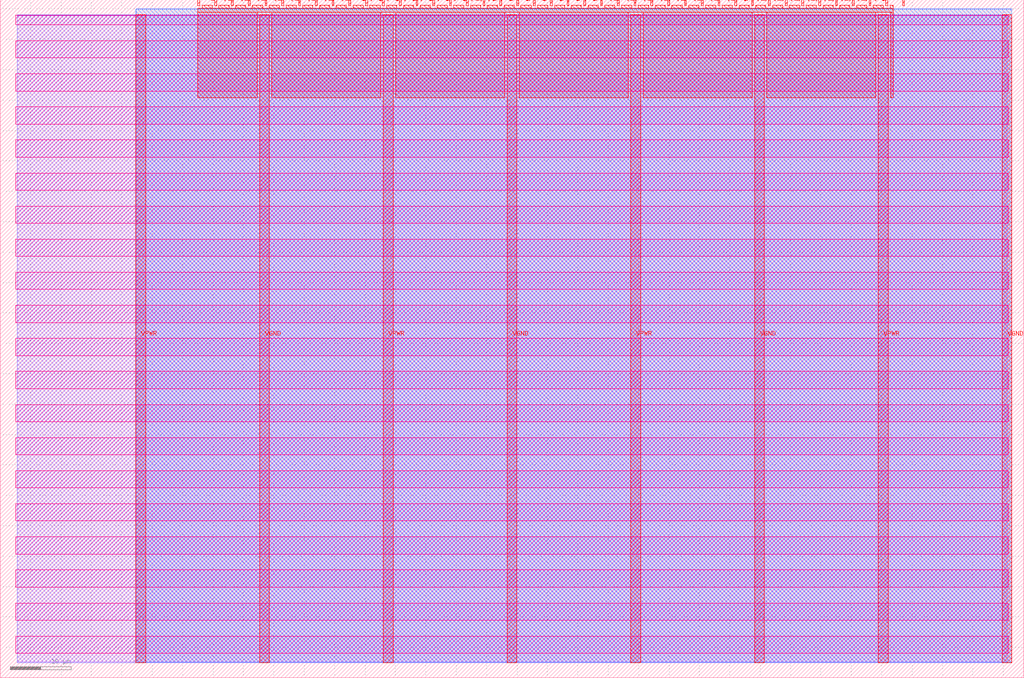
<source format=lef>
VERSION 5.7 ;
  NOWIREEXTENSIONATPIN ON ;
  DIVIDERCHAR "/" ;
  BUSBITCHARS "[]" ;
MACRO tt_um_wokwi_380438365946734593
  CLASS BLOCK ;
  FOREIGN tt_um_wokwi_380438365946734593 ;
  ORIGIN 0.000 0.000 ;
  SIZE 168.360 BY 111.520 ;
  PIN VGND
    DIRECTION INOUT ;
    USE GROUND ;
    PORT
      LAYER met4 ;
        RECT 42.670 2.480 44.270 109.040 ;
    END
    PORT
      LAYER met4 ;
        RECT 83.380 2.480 84.980 109.040 ;
    END
    PORT
      LAYER met4 ;
        RECT 124.090 2.480 125.690 109.040 ;
    END
    PORT
      LAYER met4 ;
        RECT 164.800 2.480 166.400 109.040 ;
    END
  END VGND
  PIN VPWR
    DIRECTION INOUT ;
    USE POWER ;
    PORT
      LAYER met4 ;
        RECT 22.315 2.480 23.915 109.040 ;
    END
    PORT
      LAYER met4 ;
        RECT 63.025 2.480 64.625 109.040 ;
    END
    PORT
      LAYER met4 ;
        RECT 103.735 2.480 105.335 109.040 ;
    END
    PORT
      LAYER met4 ;
        RECT 144.445 2.480 146.045 109.040 ;
    END
  END VPWR
  PIN clk
    DIRECTION INPUT ;
    USE SIGNAL ;
    ANTENNAGATEAREA 0.852000 ;
    PORT
      LAYER met4 ;
        RECT 145.670 110.520 145.970 111.520 ;
    END
  END clk
  PIN ena
    DIRECTION INPUT ;
    USE SIGNAL ;
    PORT
      LAYER met4 ;
        RECT 148.430 110.520 148.730 111.520 ;
    END
  END ena
  PIN rst_n
    DIRECTION INPUT ;
    USE SIGNAL ;
    PORT
      LAYER met4 ;
        RECT 142.910 110.520 143.210 111.520 ;
    END
  END rst_n
  PIN ui_in[0]
    DIRECTION INPUT ;
    USE SIGNAL ;
    PORT
      LAYER met4 ;
        RECT 140.150 110.520 140.450 111.520 ;
    END
  END ui_in[0]
  PIN ui_in[1]
    DIRECTION INPUT ;
    USE SIGNAL ;
    PORT
      LAYER met4 ;
        RECT 137.390 110.520 137.690 111.520 ;
    END
  END ui_in[1]
  PIN ui_in[2]
    DIRECTION INPUT ;
    USE SIGNAL ;
    PORT
      LAYER met4 ;
        RECT 134.630 110.520 134.930 111.520 ;
    END
  END ui_in[2]
  PIN ui_in[3]
    DIRECTION INPUT ;
    USE SIGNAL ;
    PORT
      LAYER met4 ;
        RECT 131.870 110.520 132.170 111.520 ;
    END
  END ui_in[3]
  PIN ui_in[4]
    DIRECTION INPUT ;
    USE SIGNAL ;
    PORT
      LAYER met4 ;
        RECT 129.110 110.520 129.410 111.520 ;
    END
  END ui_in[4]
  PIN ui_in[5]
    DIRECTION INPUT ;
    USE SIGNAL ;
    PORT
      LAYER met4 ;
        RECT 126.350 110.520 126.650 111.520 ;
    END
  END ui_in[5]
  PIN ui_in[6]
    DIRECTION INPUT ;
    USE SIGNAL ;
    ANTENNAGATEAREA 0.213000 ;
    PORT
      LAYER met4 ;
        RECT 123.590 110.520 123.890 111.520 ;
    END
  END ui_in[6]
  PIN ui_in[7]
    DIRECTION INPUT ;
    USE SIGNAL ;
    ANTENNAGATEAREA 0.196500 ;
    PORT
      LAYER met4 ;
        RECT 120.830 110.520 121.130 111.520 ;
    END
  END ui_in[7]
  PIN uio_in[0]
    DIRECTION INPUT ;
    USE SIGNAL ;
    PORT
      LAYER met4 ;
        RECT 118.070 110.520 118.370 111.520 ;
    END
  END uio_in[0]
  PIN uio_in[1]
    DIRECTION INPUT ;
    USE SIGNAL ;
    PORT
      LAYER met4 ;
        RECT 115.310 110.520 115.610 111.520 ;
    END
  END uio_in[1]
  PIN uio_in[2]
    DIRECTION INPUT ;
    USE SIGNAL ;
    PORT
      LAYER met4 ;
        RECT 112.550 110.520 112.850 111.520 ;
    END
  END uio_in[2]
  PIN uio_in[3]
    DIRECTION INPUT ;
    USE SIGNAL ;
    PORT
      LAYER met4 ;
        RECT 109.790 110.520 110.090 111.520 ;
    END
  END uio_in[3]
  PIN uio_in[4]
    DIRECTION INPUT ;
    USE SIGNAL ;
    PORT
      LAYER met4 ;
        RECT 107.030 110.520 107.330 111.520 ;
    END
  END uio_in[4]
  PIN uio_in[5]
    DIRECTION INPUT ;
    USE SIGNAL ;
    PORT
      LAYER met4 ;
        RECT 104.270 110.520 104.570 111.520 ;
    END
  END uio_in[5]
  PIN uio_in[6]
    DIRECTION INPUT ;
    USE SIGNAL ;
    PORT
      LAYER met4 ;
        RECT 101.510 110.520 101.810 111.520 ;
    END
  END uio_in[6]
  PIN uio_in[7]
    DIRECTION INPUT ;
    USE SIGNAL ;
    PORT
      LAYER met4 ;
        RECT 98.750 110.520 99.050 111.520 ;
    END
  END uio_in[7]
  PIN uio_oe[0]
    DIRECTION OUTPUT TRISTATE ;
    USE SIGNAL ;
    PORT
      LAYER met4 ;
        RECT 51.830 110.520 52.130 111.520 ;
    END
  END uio_oe[0]
  PIN uio_oe[1]
    DIRECTION OUTPUT TRISTATE ;
    USE SIGNAL ;
    PORT
      LAYER met4 ;
        RECT 49.070 110.520 49.370 111.520 ;
    END
  END uio_oe[1]
  PIN uio_oe[2]
    DIRECTION OUTPUT TRISTATE ;
    USE SIGNAL ;
    PORT
      LAYER met4 ;
        RECT 46.310 110.520 46.610 111.520 ;
    END
  END uio_oe[2]
  PIN uio_oe[3]
    DIRECTION OUTPUT TRISTATE ;
    USE SIGNAL ;
    PORT
      LAYER met4 ;
        RECT 43.550 110.520 43.850 111.520 ;
    END
  END uio_oe[3]
  PIN uio_oe[4]
    DIRECTION OUTPUT TRISTATE ;
    USE SIGNAL ;
    PORT
      LAYER met4 ;
        RECT 40.790 110.520 41.090 111.520 ;
    END
  END uio_oe[4]
  PIN uio_oe[5]
    DIRECTION OUTPUT TRISTATE ;
    USE SIGNAL ;
    PORT
      LAYER met4 ;
        RECT 38.030 110.520 38.330 111.520 ;
    END
  END uio_oe[5]
  PIN uio_oe[6]
    DIRECTION OUTPUT TRISTATE ;
    USE SIGNAL ;
    PORT
      LAYER met4 ;
        RECT 35.270 110.520 35.570 111.520 ;
    END
  END uio_oe[6]
  PIN uio_oe[7]
    DIRECTION OUTPUT TRISTATE ;
    USE SIGNAL ;
    PORT
      LAYER met4 ;
        RECT 32.510 110.520 32.810 111.520 ;
    END
  END uio_oe[7]
  PIN uio_out[0]
    DIRECTION OUTPUT TRISTATE ;
    USE SIGNAL ;
    PORT
      LAYER met4 ;
        RECT 73.910 110.520 74.210 111.520 ;
    END
  END uio_out[0]
  PIN uio_out[1]
    DIRECTION OUTPUT TRISTATE ;
    USE SIGNAL ;
    PORT
      LAYER met4 ;
        RECT 71.150 110.520 71.450 111.520 ;
    END
  END uio_out[1]
  PIN uio_out[2]
    DIRECTION OUTPUT TRISTATE ;
    USE SIGNAL ;
    PORT
      LAYER met4 ;
        RECT 68.390 110.520 68.690 111.520 ;
    END
  END uio_out[2]
  PIN uio_out[3]
    DIRECTION OUTPUT TRISTATE ;
    USE SIGNAL ;
    PORT
      LAYER met4 ;
        RECT 65.630 110.520 65.930 111.520 ;
    END
  END uio_out[3]
  PIN uio_out[4]
    DIRECTION OUTPUT TRISTATE ;
    USE SIGNAL ;
    PORT
      LAYER met4 ;
        RECT 62.870 110.520 63.170 111.520 ;
    END
  END uio_out[4]
  PIN uio_out[5]
    DIRECTION OUTPUT TRISTATE ;
    USE SIGNAL ;
    PORT
      LAYER met4 ;
        RECT 60.110 110.520 60.410 111.520 ;
    END
  END uio_out[5]
  PIN uio_out[6]
    DIRECTION OUTPUT TRISTATE ;
    USE SIGNAL ;
    PORT
      LAYER met4 ;
        RECT 57.350 110.520 57.650 111.520 ;
    END
  END uio_out[6]
  PIN uio_out[7]
    DIRECTION OUTPUT TRISTATE ;
    USE SIGNAL ;
    PORT
      LAYER met4 ;
        RECT 54.590 110.520 54.890 111.520 ;
    END
  END uio_out[7]
  PIN uo_out[0]
    DIRECTION OUTPUT TRISTATE ;
    USE SIGNAL ;
    ANTENNADIFFAREA 0.445500 ;
    PORT
      LAYER met4 ;
        RECT 95.990 110.520 96.290 111.520 ;
    END
  END uo_out[0]
  PIN uo_out[1]
    DIRECTION OUTPUT TRISTATE ;
    USE SIGNAL ;
    ANTENNADIFFAREA 0.795200 ;
    PORT
      LAYER met4 ;
        RECT 93.230 110.520 93.530 111.520 ;
    END
  END uo_out[1]
  PIN uo_out[2]
    DIRECTION OUTPUT TRISTATE ;
    USE SIGNAL ;
    PORT
      LAYER met4 ;
        RECT 90.470 110.520 90.770 111.520 ;
    END
  END uo_out[2]
  PIN uo_out[3]
    DIRECTION OUTPUT TRISTATE ;
    USE SIGNAL ;
    PORT
      LAYER met4 ;
        RECT 87.710 110.520 88.010 111.520 ;
    END
  END uo_out[3]
  PIN uo_out[4]
    DIRECTION OUTPUT TRISTATE ;
    USE SIGNAL ;
    PORT
      LAYER met4 ;
        RECT 84.950 110.520 85.250 111.520 ;
    END
  END uo_out[4]
  PIN uo_out[5]
    DIRECTION OUTPUT TRISTATE ;
    USE SIGNAL ;
    PORT
      LAYER met4 ;
        RECT 82.190 110.520 82.490 111.520 ;
    END
  END uo_out[5]
  PIN uo_out[6]
    DIRECTION OUTPUT TRISTATE ;
    USE SIGNAL ;
    PORT
      LAYER met4 ;
        RECT 79.430 110.520 79.730 111.520 ;
    END
  END uo_out[6]
  PIN uo_out[7]
    DIRECTION OUTPUT TRISTATE ;
    USE SIGNAL ;
    ANTENNADIFFAREA 0.445500 ;
    PORT
      LAYER met4 ;
        RECT 76.670 110.520 76.970 111.520 ;
    END
  END uo_out[7]
  OBS
      LAYER nwell ;
        RECT 2.570 107.385 165.790 108.990 ;
        RECT 2.570 101.945 165.790 104.775 ;
        RECT 2.570 96.505 165.790 99.335 ;
        RECT 2.570 91.065 165.790 93.895 ;
        RECT 2.570 85.625 165.790 88.455 ;
        RECT 2.570 80.185 165.790 83.015 ;
        RECT 2.570 74.745 165.790 77.575 ;
        RECT 2.570 69.305 165.790 72.135 ;
        RECT 2.570 63.865 165.790 66.695 ;
        RECT 2.570 58.425 165.790 61.255 ;
        RECT 2.570 52.985 165.790 55.815 ;
        RECT 2.570 47.545 165.790 50.375 ;
        RECT 2.570 42.105 165.790 44.935 ;
        RECT 2.570 36.665 165.790 39.495 ;
        RECT 2.570 31.225 165.790 34.055 ;
        RECT 2.570 25.785 165.790 28.615 ;
        RECT 2.570 20.345 165.790 23.175 ;
        RECT 2.570 14.905 165.790 17.735 ;
        RECT 2.570 9.465 165.790 12.295 ;
        RECT 2.570 4.025 165.790 6.855 ;
      LAYER li1 ;
        RECT 2.760 2.635 165.600 108.885 ;
      LAYER met1 ;
        RECT 2.760 2.480 166.400 109.040 ;
      LAYER met2 ;
        RECT 22.345 2.535 166.370 110.005 ;
      LAYER met3 ;
        RECT 22.325 2.555 166.390 109.985 ;
      LAYER met4 ;
        RECT 33.210 110.120 34.870 110.650 ;
        RECT 35.970 110.120 37.630 110.650 ;
        RECT 38.730 110.120 40.390 110.650 ;
        RECT 41.490 110.120 43.150 110.650 ;
        RECT 44.250 110.120 45.910 110.650 ;
        RECT 47.010 110.120 48.670 110.650 ;
        RECT 49.770 110.120 51.430 110.650 ;
        RECT 52.530 110.120 54.190 110.650 ;
        RECT 55.290 110.120 56.950 110.650 ;
        RECT 58.050 110.120 59.710 110.650 ;
        RECT 60.810 110.120 62.470 110.650 ;
        RECT 63.570 110.120 65.230 110.650 ;
        RECT 66.330 110.120 67.990 110.650 ;
        RECT 69.090 110.120 70.750 110.650 ;
        RECT 71.850 110.120 73.510 110.650 ;
        RECT 74.610 110.120 76.270 110.650 ;
        RECT 77.370 110.120 79.030 110.650 ;
        RECT 80.130 110.120 81.790 110.650 ;
        RECT 82.890 110.120 84.550 110.650 ;
        RECT 85.650 110.120 87.310 110.650 ;
        RECT 88.410 110.120 90.070 110.650 ;
        RECT 91.170 110.120 92.830 110.650 ;
        RECT 93.930 110.120 95.590 110.650 ;
        RECT 96.690 110.120 98.350 110.650 ;
        RECT 99.450 110.120 101.110 110.650 ;
        RECT 102.210 110.120 103.870 110.650 ;
        RECT 104.970 110.120 106.630 110.650 ;
        RECT 107.730 110.120 109.390 110.650 ;
        RECT 110.490 110.120 112.150 110.650 ;
        RECT 113.250 110.120 114.910 110.650 ;
        RECT 116.010 110.120 117.670 110.650 ;
        RECT 118.770 110.120 120.430 110.650 ;
        RECT 121.530 110.120 123.190 110.650 ;
        RECT 124.290 110.120 125.950 110.650 ;
        RECT 127.050 110.120 128.710 110.650 ;
        RECT 129.810 110.120 131.470 110.650 ;
        RECT 132.570 110.120 134.230 110.650 ;
        RECT 135.330 110.120 136.990 110.650 ;
        RECT 138.090 110.120 139.750 110.650 ;
        RECT 140.850 110.120 142.510 110.650 ;
        RECT 143.610 110.120 145.270 110.650 ;
        RECT 146.370 110.120 146.905 110.650 ;
        RECT 32.495 109.440 146.905 110.120 ;
        RECT 32.495 95.375 42.270 109.440 ;
        RECT 44.670 95.375 62.625 109.440 ;
        RECT 65.025 95.375 82.980 109.440 ;
        RECT 85.380 95.375 103.335 109.440 ;
        RECT 105.735 95.375 123.690 109.440 ;
        RECT 126.090 95.375 144.045 109.440 ;
        RECT 146.445 95.375 146.905 109.440 ;
  END
END tt_um_wokwi_380438365946734593
END LIBRARY


</source>
